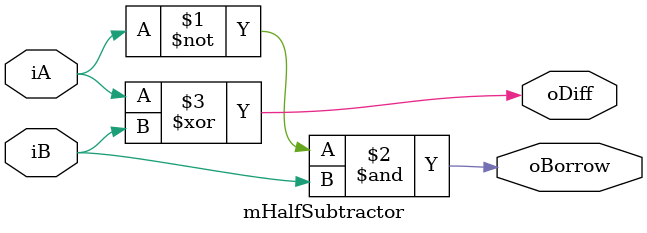
<source format=v>
module mHalfSubtractor(
	input iA,
	input iB, 
	output oDiff, 
	output oBorrow
	);

assign oBorrow = ~iA & iB;
assign oDiff = iA ^ iB;

endmodule

</source>
